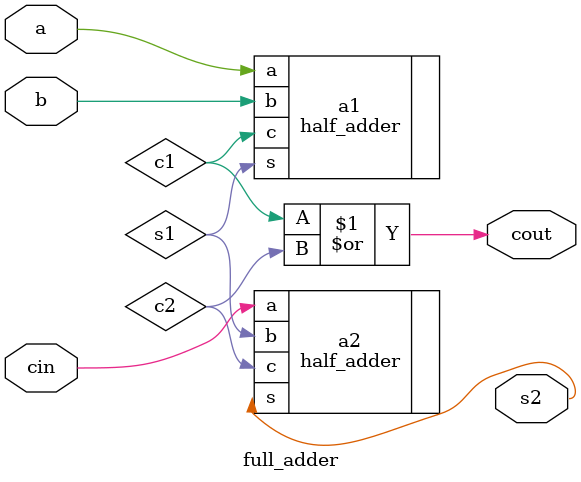
<source format=sv>
`timescale 1ns / 1ps

module full_adder(
    input logic a,
    input logic b,
    input logic cin,
    output logic s2,
    output logic cout

    );
    logic s1,c1,c2;    
    half_adder a1(.s(s1),.c(c1),.a(a),.b(b));
    half_adder a2(.s(s2), .c(c2),.a(cin),.b(s1));
    or u_or(cout,c1,c2);
    
endmodule

</source>
